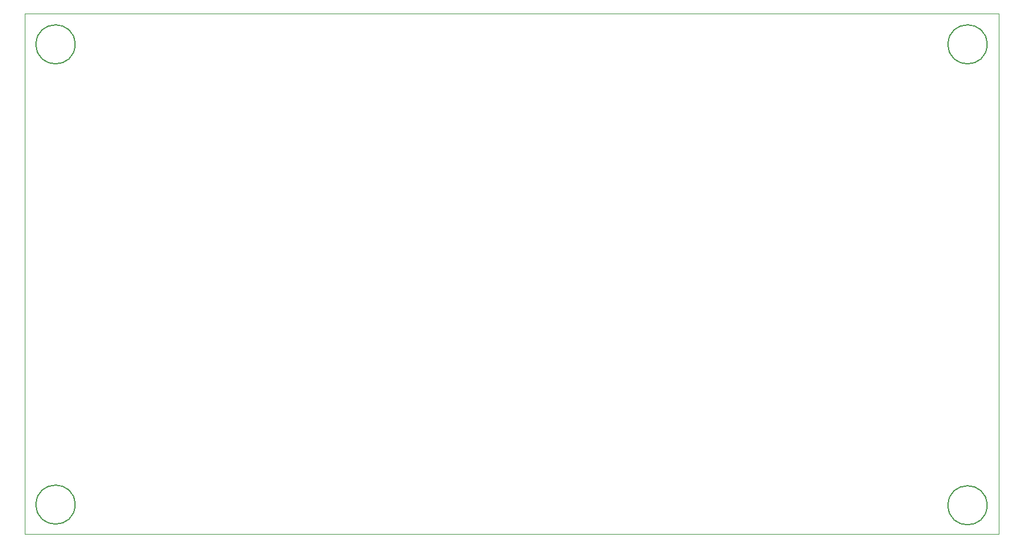
<source format=gbr>
%TF.GenerationSoftware,KiCad,Pcbnew,5.1.7+dfsg1-1~bpo10+1*%
%TF.CreationDate,2020-11-15T21:32:29+00:00*%
%TF.ProjectId,mobo,6d6f626f-2e6b-4696-9361-645f70636258,rev?*%
%TF.SameCoordinates,Original*%
%TF.FileFunction,Other,Comment*%
%FSLAX45Y45*%
G04 Gerber Fmt 4.5, Leading zero omitted, Abs format (unit mm)*
G04 Created by KiCad (PCBNEW 5.1.7+dfsg1-1~bpo10+1) date 2020-11-15 21:32:29*
%MOMM*%
%LPD*%
G01*
G04 APERTURE LIST*
%TA.AperFunction,Profile*%
%ADD10C,0.050000*%
%TD*%
%ADD11C,0.150000*%
G04 APERTURE END LIST*
D10*
X0Y-7467600D02*
X13970000Y-7467600D01*
X13970000Y-7467600D02*
X13970000Y0D01*
X13970000Y0D02*
X0Y0D01*
X0Y0D02*
X0Y-7467600D01*
D11*
X724500Y-444500D02*
G75*
G03*
X724500Y-444500I-280000J0D01*
G01*
X724500Y-7048500D02*
G75*
G03*
X724500Y-7048500I-280000J0D01*
G01*
X13805500Y-7058300D02*
G75*
G03*
X13805500Y-7058300I-280000J0D01*
G01*
X13805500Y-444500D02*
G75*
G03*
X13805500Y-444500I-280000J0D01*
G01*
M02*

</source>
